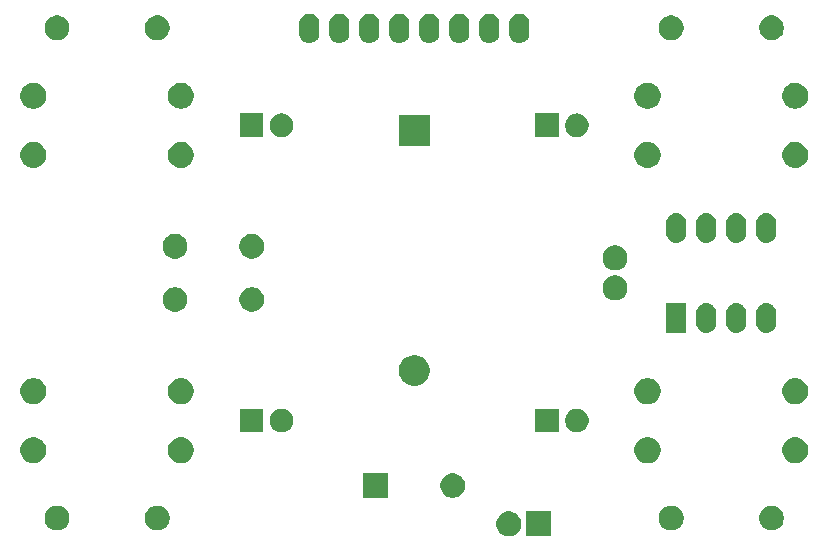
<source format=gbr>
G04 #@! TF.GenerationSoftware,KiCad,Pcbnew,(5.1.6)-1*
G04 #@! TF.CreationDate,2021-06-05T18:08:31+10:00*
G04 #@! TF.ProjectId,Simon,53696d6f-6e2e-46b6-9963-61645f706362,rev?*
G04 #@! TF.SameCoordinates,Original*
G04 #@! TF.FileFunction,Soldermask,Top*
G04 #@! TF.FilePolarity,Negative*
%FSLAX46Y46*%
G04 Gerber Fmt 4.6, Leading zero omitted, Abs format (unit mm)*
G04 Created by KiCad (PCBNEW (5.1.6)-1) date 2021-06-05 18:08:31*
%MOMM*%
%LPD*%
G01*
G04 APERTURE LIST*
%ADD10C,0.100000*%
G04 APERTURE END LIST*
D10*
G36*
X11551000Y-22301000D02*
G01*
X9449000Y-22301000D01*
X9449000Y-20199000D01*
X11551000Y-20199000D01*
X11551000Y-22301000D01*
G37*
G36*
X8306564Y-20239389D02*
G01*
X8497833Y-20318615D01*
X8497835Y-20318616D01*
X8669973Y-20433635D01*
X8816365Y-20580027D01*
X8860772Y-20646486D01*
X8931385Y-20752167D01*
X9010611Y-20943436D01*
X9051000Y-21146484D01*
X9051000Y-21353516D01*
X9010611Y-21556564D01*
X8931385Y-21747833D01*
X8931384Y-21747835D01*
X8816365Y-21919973D01*
X8669973Y-22066365D01*
X8497835Y-22181384D01*
X8497834Y-22181385D01*
X8497833Y-22181385D01*
X8306564Y-22260611D01*
X8103516Y-22301000D01*
X7896484Y-22301000D01*
X7693436Y-22260611D01*
X7502167Y-22181385D01*
X7502166Y-22181385D01*
X7502165Y-22181384D01*
X7330027Y-22066365D01*
X7183635Y-21919973D01*
X7068616Y-21747835D01*
X7068615Y-21747833D01*
X6989389Y-21556564D01*
X6949000Y-21353516D01*
X6949000Y-21146484D01*
X6989389Y-20943436D01*
X7068615Y-20752167D01*
X7139229Y-20646486D01*
X7183635Y-20580027D01*
X7330027Y-20433635D01*
X7502165Y-20318616D01*
X7502167Y-20318615D01*
X7693436Y-20239389D01*
X7896484Y-20199000D01*
X8103516Y-20199000D01*
X8306564Y-20239389D01*
G37*
G36*
X30556564Y-19739389D02*
G01*
X30747833Y-19818615D01*
X30747835Y-19818616D01*
X30919973Y-19933635D01*
X31066365Y-20080027D01*
X31181385Y-20252167D01*
X31260611Y-20443436D01*
X31301000Y-20646484D01*
X31301000Y-20853516D01*
X31260611Y-21056564D01*
X31223365Y-21146484D01*
X31181384Y-21247835D01*
X31066365Y-21419973D01*
X30919973Y-21566365D01*
X30747835Y-21681384D01*
X30747834Y-21681385D01*
X30747833Y-21681385D01*
X30556564Y-21760611D01*
X30353516Y-21801000D01*
X30146484Y-21801000D01*
X29943436Y-21760611D01*
X29752167Y-21681385D01*
X29752166Y-21681385D01*
X29752165Y-21681384D01*
X29580027Y-21566365D01*
X29433635Y-21419973D01*
X29318616Y-21247835D01*
X29276635Y-21146484D01*
X29239389Y-21056564D01*
X29199000Y-20853516D01*
X29199000Y-20646484D01*
X29239389Y-20443436D01*
X29318615Y-20252167D01*
X29433635Y-20080027D01*
X29580027Y-19933635D01*
X29752165Y-19818616D01*
X29752167Y-19818615D01*
X29943436Y-19739389D01*
X30146484Y-19699000D01*
X30353516Y-19699000D01*
X30556564Y-19739389D01*
G37*
G36*
X-21443436Y-19739389D02*
G01*
X-21252167Y-19818615D01*
X-21252165Y-19818616D01*
X-21080027Y-19933635D01*
X-20933635Y-20080027D01*
X-20818615Y-20252167D01*
X-20739389Y-20443436D01*
X-20699000Y-20646484D01*
X-20699000Y-20853516D01*
X-20739389Y-21056564D01*
X-20776635Y-21146484D01*
X-20818616Y-21247835D01*
X-20933635Y-21419973D01*
X-21080027Y-21566365D01*
X-21252165Y-21681384D01*
X-21252166Y-21681385D01*
X-21252167Y-21681385D01*
X-21443436Y-21760611D01*
X-21646484Y-21801000D01*
X-21853516Y-21801000D01*
X-22056564Y-21760611D01*
X-22247833Y-21681385D01*
X-22247834Y-21681385D01*
X-22247835Y-21681384D01*
X-22419973Y-21566365D01*
X-22566365Y-21419973D01*
X-22681384Y-21247835D01*
X-22723365Y-21146484D01*
X-22760611Y-21056564D01*
X-22801000Y-20853516D01*
X-22801000Y-20646484D01*
X-22760611Y-20443436D01*
X-22681385Y-20252167D01*
X-22566365Y-20080027D01*
X-22419973Y-19933635D01*
X-22247835Y-19818616D01*
X-22247833Y-19818615D01*
X-22056564Y-19739389D01*
X-21853516Y-19699000D01*
X-21646484Y-19699000D01*
X-21443436Y-19739389D01*
G37*
G36*
X-29943436Y-19739389D02*
G01*
X-29752167Y-19818615D01*
X-29752165Y-19818616D01*
X-29580027Y-19933635D01*
X-29433635Y-20080027D01*
X-29318615Y-20252167D01*
X-29239389Y-20443436D01*
X-29199000Y-20646484D01*
X-29199000Y-20853516D01*
X-29239389Y-21056564D01*
X-29276635Y-21146484D01*
X-29318616Y-21247835D01*
X-29433635Y-21419973D01*
X-29580027Y-21566365D01*
X-29752165Y-21681384D01*
X-29752166Y-21681385D01*
X-29752167Y-21681385D01*
X-29943436Y-21760611D01*
X-30146484Y-21801000D01*
X-30353516Y-21801000D01*
X-30556564Y-21760611D01*
X-30747833Y-21681385D01*
X-30747834Y-21681385D01*
X-30747835Y-21681384D01*
X-30919973Y-21566365D01*
X-31066365Y-21419973D01*
X-31181384Y-21247835D01*
X-31223365Y-21146484D01*
X-31260611Y-21056564D01*
X-31301000Y-20853516D01*
X-31301000Y-20646484D01*
X-31260611Y-20443436D01*
X-31181385Y-20252167D01*
X-31066365Y-20080027D01*
X-30919973Y-19933635D01*
X-30747835Y-19818616D01*
X-30747833Y-19818615D01*
X-30556564Y-19739389D01*
X-30353516Y-19699000D01*
X-30146484Y-19699000D01*
X-29943436Y-19739389D01*
G37*
G36*
X22056564Y-19739389D02*
G01*
X22247833Y-19818615D01*
X22247835Y-19818616D01*
X22419973Y-19933635D01*
X22566365Y-20080027D01*
X22681385Y-20252167D01*
X22760611Y-20443436D01*
X22801000Y-20646484D01*
X22801000Y-20853516D01*
X22760611Y-21056564D01*
X22723365Y-21146484D01*
X22681384Y-21247835D01*
X22566365Y-21419973D01*
X22419973Y-21566365D01*
X22247835Y-21681384D01*
X22247834Y-21681385D01*
X22247833Y-21681385D01*
X22056564Y-21760611D01*
X21853516Y-21801000D01*
X21646484Y-21801000D01*
X21443436Y-21760611D01*
X21252167Y-21681385D01*
X21252166Y-21681385D01*
X21252165Y-21681384D01*
X21080027Y-21566365D01*
X20933635Y-21419973D01*
X20818616Y-21247835D01*
X20776635Y-21146484D01*
X20739389Y-21056564D01*
X20699000Y-20853516D01*
X20699000Y-20646484D01*
X20739389Y-20443436D01*
X20818615Y-20252167D01*
X20933635Y-20080027D01*
X21080027Y-19933635D01*
X21252165Y-19818616D01*
X21252167Y-19818615D01*
X21443436Y-19739389D01*
X21646484Y-19699000D01*
X21853516Y-19699000D01*
X22056564Y-19739389D01*
G37*
G36*
X3556564Y-16989389D02*
G01*
X3747833Y-17068615D01*
X3747835Y-17068616D01*
X3919973Y-17183635D01*
X4066365Y-17330027D01*
X4181385Y-17502167D01*
X4260611Y-17693436D01*
X4301000Y-17896484D01*
X4301000Y-18103516D01*
X4260611Y-18306564D01*
X4181385Y-18497833D01*
X4181384Y-18497835D01*
X4066365Y-18669973D01*
X3919973Y-18816365D01*
X3747835Y-18931384D01*
X3747834Y-18931385D01*
X3747833Y-18931385D01*
X3556564Y-19010611D01*
X3353516Y-19051000D01*
X3146484Y-19051000D01*
X2943436Y-19010611D01*
X2752167Y-18931385D01*
X2752166Y-18931385D01*
X2752165Y-18931384D01*
X2580027Y-18816365D01*
X2433635Y-18669973D01*
X2318616Y-18497835D01*
X2318615Y-18497833D01*
X2239389Y-18306564D01*
X2199000Y-18103516D01*
X2199000Y-17896484D01*
X2239389Y-17693436D01*
X2318615Y-17502167D01*
X2433635Y-17330027D01*
X2580027Y-17183635D01*
X2752165Y-17068616D01*
X2752167Y-17068615D01*
X2943436Y-16989389D01*
X3146484Y-16949000D01*
X3353516Y-16949000D01*
X3556564Y-16989389D01*
G37*
G36*
X-2199000Y-19051000D02*
G01*
X-4301000Y-19051000D01*
X-4301000Y-16949000D01*
X-2199000Y-16949000D01*
X-2199000Y-19051000D01*
G37*
G36*
X32464794Y-13920155D02*
G01*
X32571150Y-13941311D01*
X32671334Y-13982809D01*
X32771520Y-14024307D01*
X32951844Y-14144795D01*
X33105205Y-14298156D01*
X33225693Y-14478480D01*
X33308689Y-14678851D01*
X33351000Y-14891560D01*
X33351000Y-15108440D01*
X33308689Y-15321149D01*
X33225693Y-15521520D01*
X33105205Y-15701844D01*
X32951844Y-15855205D01*
X32771520Y-15975693D01*
X32671334Y-16017191D01*
X32571150Y-16058689D01*
X32464794Y-16079845D01*
X32358440Y-16101000D01*
X32141560Y-16101000D01*
X32035206Y-16079845D01*
X31928850Y-16058689D01*
X31728480Y-15975693D01*
X31548156Y-15855205D01*
X31394795Y-15701844D01*
X31274307Y-15521520D01*
X31191311Y-15321149D01*
X31149000Y-15108440D01*
X31149000Y-14891560D01*
X31191311Y-14678851D01*
X31274307Y-14478480D01*
X31394795Y-14298156D01*
X31548156Y-14144795D01*
X31728480Y-14024307D01*
X31828666Y-13982809D01*
X31928850Y-13941311D01*
X32035206Y-13920155D01*
X32141560Y-13899000D01*
X32358440Y-13899000D01*
X32464794Y-13920155D01*
G37*
G36*
X-32035206Y-13920155D02*
G01*
X-31928850Y-13941311D01*
X-31828666Y-13982809D01*
X-31728480Y-14024307D01*
X-31548156Y-14144795D01*
X-31394795Y-14298156D01*
X-31274307Y-14478480D01*
X-31191311Y-14678851D01*
X-31149000Y-14891560D01*
X-31149000Y-15108440D01*
X-31191311Y-15321149D01*
X-31274307Y-15521520D01*
X-31394795Y-15701844D01*
X-31548156Y-15855205D01*
X-31728480Y-15975693D01*
X-31928850Y-16058689D01*
X-32035206Y-16079845D01*
X-32141560Y-16101000D01*
X-32358440Y-16101000D01*
X-32464794Y-16079845D01*
X-32571150Y-16058689D01*
X-32671334Y-16017191D01*
X-32771520Y-15975693D01*
X-32951844Y-15855205D01*
X-33105205Y-15701844D01*
X-33225693Y-15521520D01*
X-33308689Y-15321149D01*
X-33351000Y-15108440D01*
X-33351000Y-14891560D01*
X-33308689Y-14678851D01*
X-33225693Y-14478480D01*
X-33105205Y-14298156D01*
X-32951844Y-14144795D01*
X-32771520Y-14024307D01*
X-32671334Y-13982809D01*
X-32571150Y-13941311D01*
X-32464794Y-13920155D01*
X-32358440Y-13899000D01*
X-32141560Y-13899000D01*
X-32035206Y-13920155D01*
G37*
G36*
X-19535206Y-13920155D02*
G01*
X-19428850Y-13941311D01*
X-19328666Y-13982809D01*
X-19228480Y-14024307D01*
X-19048156Y-14144795D01*
X-18894795Y-14298156D01*
X-18774307Y-14478480D01*
X-18691311Y-14678851D01*
X-18649000Y-14891560D01*
X-18649000Y-15108440D01*
X-18691311Y-15321149D01*
X-18774307Y-15521520D01*
X-18894795Y-15701844D01*
X-19048156Y-15855205D01*
X-19228480Y-15975693D01*
X-19428850Y-16058689D01*
X-19535206Y-16079845D01*
X-19641560Y-16101000D01*
X-19858440Y-16101000D01*
X-19964794Y-16079845D01*
X-20071150Y-16058689D01*
X-20271520Y-15975693D01*
X-20451844Y-15855205D01*
X-20605205Y-15701844D01*
X-20725693Y-15521520D01*
X-20808689Y-15321149D01*
X-20851000Y-15108440D01*
X-20851000Y-14891560D01*
X-20808689Y-14678851D01*
X-20725693Y-14478480D01*
X-20605205Y-14298156D01*
X-20451844Y-14144795D01*
X-20271520Y-14024307D01*
X-20171334Y-13982809D01*
X-20071150Y-13941311D01*
X-19964794Y-13920155D01*
X-19858440Y-13899000D01*
X-19641560Y-13899000D01*
X-19535206Y-13920155D01*
G37*
G36*
X19964794Y-13920155D02*
G01*
X20071150Y-13941311D01*
X20171334Y-13982809D01*
X20271520Y-14024307D01*
X20451844Y-14144795D01*
X20605205Y-14298156D01*
X20725693Y-14478480D01*
X20808689Y-14678851D01*
X20851000Y-14891560D01*
X20851000Y-15108440D01*
X20808689Y-15321149D01*
X20725693Y-15521520D01*
X20605205Y-15701844D01*
X20451844Y-15855205D01*
X20271520Y-15975693D01*
X20071150Y-16058689D01*
X19964794Y-16079845D01*
X19858440Y-16101000D01*
X19641560Y-16101000D01*
X19535206Y-16079845D01*
X19428850Y-16058689D01*
X19228480Y-15975693D01*
X19048156Y-15855205D01*
X18894795Y-15701844D01*
X18774307Y-15521520D01*
X18691311Y-15321149D01*
X18649000Y-15108440D01*
X18649000Y-14891560D01*
X18691311Y-14678851D01*
X18774307Y-14478480D01*
X18894795Y-14298156D01*
X19048156Y-14144795D01*
X19228480Y-14024307D01*
X19328666Y-13982809D01*
X19428850Y-13941311D01*
X19535206Y-13920155D01*
X19641560Y-13899000D01*
X19858440Y-13899000D01*
X19964794Y-13920155D01*
G37*
G36*
X-10938019Y-11537468D02*
G01*
X-10755849Y-11612926D01*
X-10591900Y-11722473D01*
X-10452473Y-11861900D01*
X-10342926Y-12025849D01*
X-10267468Y-12208019D01*
X-10229000Y-12401410D01*
X-10229000Y-12598590D01*
X-10267468Y-12791981D01*
X-10342926Y-12974151D01*
X-10452473Y-13138100D01*
X-10591900Y-13277527D01*
X-10755849Y-13387074D01*
X-10938019Y-13462532D01*
X-11034715Y-13481766D01*
X-11131409Y-13501000D01*
X-11328591Y-13501000D01*
X-11425285Y-13481766D01*
X-11521981Y-13462532D01*
X-11704151Y-13387074D01*
X-11868100Y-13277527D01*
X-12007527Y-13138100D01*
X-12117074Y-12974151D01*
X-12192532Y-12791981D01*
X-12231000Y-12598590D01*
X-12231000Y-12401410D01*
X-12192532Y-12208019D01*
X-12117074Y-12025849D01*
X-12007527Y-11861900D01*
X-11868100Y-11722473D01*
X-11704151Y-11612926D01*
X-11521981Y-11537468D01*
X-11425285Y-11518234D01*
X-11328591Y-11499000D01*
X-11131409Y-11499000D01*
X-10938019Y-11537468D01*
G37*
G36*
X13965285Y-11518234D02*
G01*
X14061981Y-11537468D01*
X14244151Y-11612926D01*
X14408100Y-11722473D01*
X14547527Y-11861900D01*
X14657074Y-12025849D01*
X14732532Y-12208019D01*
X14771000Y-12401410D01*
X14771000Y-12598590D01*
X14732532Y-12791981D01*
X14657074Y-12974151D01*
X14547527Y-13138100D01*
X14408100Y-13277527D01*
X14244151Y-13387074D01*
X14061981Y-13462532D01*
X13965285Y-13481766D01*
X13868591Y-13501000D01*
X13671409Y-13501000D01*
X13574715Y-13481766D01*
X13478019Y-13462532D01*
X13295849Y-13387074D01*
X13131900Y-13277527D01*
X12992473Y-13138100D01*
X12882926Y-12974151D01*
X12807468Y-12791981D01*
X12769000Y-12598590D01*
X12769000Y-12401410D01*
X12807468Y-12208019D01*
X12882926Y-12025849D01*
X12992473Y-11861900D01*
X13131900Y-11722473D01*
X13295849Y-11612926D01*
X13478019Y-11537468D01*
X13671409Y-11499000D01*
X13868591Y-11499000D01*
X13965285Y-11518234D01*
G37*
G36*
X12231000Y-13501000D02*
G01*
X10229000Y-13501000D01*
X10229000Y-11499000D01*
X12231000Y-11499000D01*
X12231000Y-13501000D01*
G37*
G36*
X-12769000Y-13501000D02*
G01*
X-14771000Y-13501000D01*
X-14771000Y-11499000D01*
X-12769000Y-11499000D01*
X-12769000Y-13501000D01*
G37*
G36*
X-32035205Y-8920156D02*
G01*
X-31928850Y-8941311D01*
X-31828666Y-8982809D01*
X-31728480Y-9024307D01*
X-31548156Y-9144795D01*
X-31394795Y-9298156D01*
X-31274307Y-9478480D01*
X-31191311Y-9678851D01*
X-31149000Y-9891560D01*
X-31149000Y-10108440D01*
X-31191311Y-10321149D01*
X-31274307Y-10521520D01*
X-31394795Y-10701844D01*
X-31548156Y-10855205D01*
X-31728480Y-10975693D01*
X-31928850Y-11058689D01*
X-32035205Y-11079844D01*
X-32141560Y-11101000D01*
X-32358440Y-11101000D01*
X-32464795Y-11079844D01*
X-32571150Y-11058689D01*
X-32671334Y-11017191D01*
X-32771520Y-10975693D01*
X-32951844Y-10855205D01*
X-33105205Y-10701844D01*
X-33225693Y-10521520D01*
X-33308689Y-10321149D01*
X-33351000Y-10108440D01*
X-33351000Y-9891560D01*
X-33308689Y-9678851D01*
X-33225693Y-9478480D01*
X-33105205Y-9298156D01*
X-32951844Y-9144795D01*
X-32771520Y-9024307D01*
X-32671334Y-8982809D01*
X-32571150Y-8941311D01*
X-32464795Y-8920156D01*
X-32358440Y-8899000D01*
X-32141560Y-8899000D01*
X-32035205Y-8920156D01*
G37*
G36*
X-19535205Y-8920156D02*
G01*
X-19428850Y-8941311D01*
X-19328666Y-8982809D01*
X-19228480Y-9024307D01*
X-19048156Y-9144795D01*
X-18894795Y-9298156D01*
X-18774307Y-9478480D01*
X-18691311Y-9678851D01*
X-18649000Y-9891560D01*
X-18649000Y-10108440D01*
X-18691311Y-10321149D01*
X-18774307Y-10521520D01*
X-18894795Y-10701844D01*
X-19048156Y-10855205D01*
X-19228480Y-10975693D01*
X-19428850Y-11058689D01*
X-19535205Y-11079844D01*
X-19641560Y-11101000D01*
X-19858440Y-11101000D01*
X-19964795Y-11079844D01*
X-20071150Y-11058689D01*
X-20171334Y-11017191D01*
X-20271520Y-10975693D01*
X-20451844Y-10855205D01*
X-20605205Y-10701844D01*
X-20725693Y-10521520D01*
X-20808689Y-10321149D01*
X-20851000Y-10108440D01*
X-20851000Y-9891560D01*
X-20808689Y-9678851D01*
X-20725693Y-9478480D01*
X-20605205Y-9298156D01*
X-20451844Y-9144795D01*
X-20271520Y-9024307D01*
X-20171334Y-8982809D01*
X-20071150Y-8941311D01*
X-19964795Y-8920156D01*
X-19858440Y-8899000D01*
X-19641560Y-8899000D01*
X-19535205Y-8920156D01*
G37*
G36*
X32464795Y-8920156D02*
G01*
X32571150Y-8941311D01*
X32671334Y-8982809D01*
X32771520Y-9024307D01*
X32951844Y-9144795D01*
X33105205Y-9298156D01*
X33225693Y-9478480D01*
X33308689Y-9678851D01*
X33351000Y-9891560D01*
X33351000Y-10108440D01*
X33308689Y-10321149D01*
X33225693Y-10521520D01*
X33105205Y-10701844D01*
X32951844Y-10855205D01*
X32771520Y-10975693D01*
X32671334Y-11017191D01*
X32571150Y-11058689D01*
X32464795Y-11079844D01*
X32358440Y-11101000D01*
X32141560Y-11101000D01*
X32035205Y-11079844D01*
X31928850Y-11058689D01*
X31728480Y-10975693D01*
X31548156Y-10855205D01*
X31394795Y-10701844D01*
X31274307Y-10521520D01*
X31191311Y-10321149D01*
X31149000Y-10108440D01*
X31149000Y-9891560D01*
X31191311Y-9678851D01*
X31274307Y-9478480D01*
X31394795Y-9298156D01*
X31548156Y-9144795D01*
X31728480Y-9024307D01*
X31828666Y-8982809D01*
X31928850Y-8941311D01*
X32035205Y-8920156D01*
X32141560Y-8899000D01*
X32358440Y-8899000D01*
X32464795Y-8920156D01*
G37*
G36*
X19964795Y-8920156D02*
G01*
X20071150Y-8941311D01*
X20171334Y-8982809D01*
X20271520Y-9024307D01*
X20451844Y-9144795D01*
X20605205Y-9298156D01*
X20725693Y-9478480D01*
X20808689Y-9678851D01*
X20851000Y-9891560D01*
X20851000Y-10108440D01*
X20808689Y-10321149D01*
X20725693Y-10521520D01*
X20605205Y-10701844D01*
X20451844Y-10855205D01*
X20271520Y-10975693D01*
X20171334Y-11017191D01*
X20071150Y-11058689D01*
X19964795Y-11079844D01*
X19858440Y-11101000D01*
X19641560Y-11101000D01*
X19535205Y-11079844D01*
X19428850Y-11058689D01*
X19228480Y-10975693D01*
X19048156Y-10855205D01*
X18894795Y-10701844D01*
X18774307Y-10521520D01*
X18691311Y-10321149D01*
X18649000Y-10108440D01*
X18649000Y-9891560D01*
X18691311Y-9678851D01*
X18774307Y-9478480D01*
X18894795Y-9298156D01*
X19048156Y-9144795D01*
X19228480Y-9024307D01*
X19328666Y-8982809D01*
X19428850Y-8941311D01*
X19535205Y-8920156D01*
X19641560Y-8899000D01*
X19858440Y-8899000D01*
X19964795Y-8920156D01*
G37*
G36*
X379487Y-7003996D02*
G01*
X616253Y-7102068D01*
X616255Y-7102069D01*
X829339Y-7244447D01*
X1010553Y-7425661D01*
X1152932Y-7638747D01*
X1251004Y-7875513D01*
X1301000Y-8126861D01*
X1301000Y-8383139D01*
X1251004Y-8634487D01*
X1152932Y-8871253D01*
X1152931Y-8871255D01*
X1010553Y-9084339D01*
X829339Y-9265553D01*
X616255Y-9407931D01*
X616254Y-9407932D01*
X616253Y-9407932D01*
X379487Y-9506004D01*
X128139Y-9556000D01*
X-128139Y-9556000D01*
X-379487Y-9506004D01*
X-616253Y-9407932D01*
X-616254Y-9407932D01*
X-616255Y-9407931D01*
X-829339Y-9265553D01*
X-1010553Y-9084339D01*
X-1152931Y-8871255D01*
X-1152932Y-8871253D01*
X-1251004Y-8634487D01*
X-1301000Y-8383139D01*
X-1301000Y-8126861D01*
X-1251004Y-7875513D01*
X-1152932Y-7638747D01*
X-1010553Y-7425661D01*
X-829339Y-7244447D01*
X-616255Y-7102069D01*
X-616253Y-7102068D01*
X-379487Y-7003996D01*
X-128139Y-6954000D01*
X128139Y-6954000D01*
X379487Y-7003996D01*
G37*
G36*
X24896822Y-2571313D02*
G01*
X25057241Y-2619976D01*
X25205077Y-2698995D01*
X25264588Y-2747835D01*
X25334659Y-2805341D01*
X25441004Y-2934922D01*
X25441005Y-2934924D01*
X25520024Y-3082758D01*
X25568687Y-3243177D01*
X25581000Y-3368196D01*
X25581000Y-4251803D01*
X25568687Y-4376822D01*
X25520024Y-4537242D01*
X25449114Y-4669906D01*
X25441004Y-4685078D01*
X25334659Y-4814659D01*
X25205078Y-4921004D01*
X25205076Y-4921005D01*
X25057242Y-5000024D01*
X24896823Y-5048687D01*
X24730000Y-5065117D01*
X24563178Y-5048687D01*
X24402759Y-5000024D01*
X24254925Y-4921005D01*
X24254923Y-4921004D01*
X24125342Y-4814659D01*
X24018997Y-4685078D01*
X24010887Y-4669906D01*
X23939977Y-4537242D01*
X23891314Y-4376823D01*
X23879000Y-4251803D01*
X23879000Y-3368197D01*
X23891313Y-3243178D01*
X23939976Y-3082759D01*
X24018995Y-2934923D01*
X24125341Y-2805341D01*
X24195412Y-2747835D01*
X24254922Y-2698996D01*
X24270094Y-2690886D01*
X24402758Y-2619976D01*
X24563177Y-2571313D01*
X24730000Y-2554883D01*
X24896822Y-2571313D01*
G37*
G36*
X27436822Y-2571313D02*
G01*
X27597241Y-2619976D01*
X27745077Y-2698995D01*
X27804588Y-2747835D01*
X27874659Y-2805341D01*
X27981004Y-2934922D01*
X27981005Y-2934924D01*
X28060024Y-3082758D01*
X28108687Y-3243177D01*
X28121000Y-3368196D01*
X28121000Y-4251803D01*
X28108687Y-4376822D01*
X28060024Y-4537242D01*
X27989114Y-4669906D01*
X27981004Y-4685078D01*
X27874659Y-4814659D01*
X27745078Y-4921004D01*
X27745076Y-4921005D01*
X27597242Y-5000024D01*
X27436823Y-5048687D01*
X27270000Y-5065117D01*
X27103178Y-5048687D01*
X26942759Y-5000024D01*
X26794925Y-4921005D01*
X26794923Y-4921004D01*
X26665342Y-4814659D01*
X26558997Y-4685078D01*
X26550887Y-4669906D01*
X26479977Y-4537242D01*
X26431314Y-4376823D01*
X26419000Y-4251803D01*
X26419000Y-3368197D01*
X26431313Y-3243178D01*
X26479976Y-3082759D01*
X26558995Y-2934923D01*
X26665341Y-2805341D01*
X26735412Y-2747835D01*
X26794922Y-2698996D01*
X26810094Y-2690886D01*
X26942758Y-2619976D01*
X27103177Y-2571313D01*
X27270000Y-2554883D01*
X27436822Y-2571313D01*
G37*
G36*
X29976822Y-2571313D02*
G01*
X30137241Y-2619976D01*
X30285077Y-2698995D01*
X30344588Y-2747835D01*
X30414659Y-2805341D01*
X30521004Y-2934922D01*
X30521005Y-2934924D01*
X30600024Y-3082758D01*
X30648687Y-3243177D01*
X30661000Y-3368196D01*
X30661000Y-4251803D01*
X30648687Y-4376822D01*
X30600024Y-4537242D01*
X30529114Y-4669906D01*
X30521004Y-4685078D01*
X30414659Y-4814659D01*
X30285078Y-4921004D01*
X30285076Y-4921005D01*
X30137242Y-5000024D01*
X29976823Y-5048687D01*
X29810000Y-5065117D01*
X29643178Y-5048687D01*
X29482759Y-5000024D01*
X29334925Y-4921005D01*
X29334923Y-4921004D01*
X29205342Y-4814659D01*
X29098997Y-4685078D01*
X29090887Y-4669906D01*
X29019977Y-4537242D01*
X28971314Y-4376823D01*
X28959000Y-4251803D01*
X28959000Y-3368197D01*
X28971313Y-3243178D01*
X29019976Y-3082759D01*
X29098995Y-2934923D01*
X29205341Y-2805341D01*
X29275412Y-2747835D01*
X29334922Y-2698996D01*
X29350094Y-2690886D01*
X29482758Y-2619976D01*
X29643177Y-2571313D01*
X29810000Y-2554883D01*
X29976822Y-2571313D01*
G37*
G36*
X23041000Y-5061000D02*
G01*
X21339000Y-5061000D01*
X21339000Y-2559000D01*
X23041000Y-2559000D01*
X23041000Y-5061000D01*
G37*
G36*
X-19943436Y-1239389D02*
G01*
X-19752167Y-1318615D01*
X-19752165Y-1318616D01*
X-19580027Y-1433635D01*
X-19433635Y-1580027D01*
X-19318615Y-1752167D01*
X-19239389Y-1943436D01*
X-19199000Y-2146484D01*
X-19199000Y-2353516D01*
X-19239389Y-2556564D01*
X-19245499Y-2571314D01*
X-19318616Y-2747835D01*
X-19433635Y-2919973D01*
X-19580027Y-3066365D01*
X-19752165Y-3181384D01*
X-19752166Y-3181385D01*
X-19752167Y-3181385D01*
X-19943436Y-3260611D01*
X-20146484Y-3301000D01*
X-20353516Y-3301000D01*
X-20556564Y-3260611D01*
X-20747833Y-3181385D01*
X-20747834Y-3181385D01*
X-20747835Y-3181384D01*
X-20919973Y-3066365D01*
X-21066365Y-2919973D01*
X-21181384Y-2747835D01*
X-21254501Y-2571314D01*
X-21260611Y-2556564D01*
X-21301000Y-2353516D01*
X-21301000Y-2146484D01*
X-21260611Y-1943436D01*
X-21181385Y-1752167D01*
X-21066365Y-1580027D01*
X-20919973Y-1433635D01*
X-20747835Y-1318616D01*
X-20747833Y-1318615D01*
X-20556564Y-1239389D01*
X-20353516Y-1199000D01*
X-20146484Y-1199000D01*
X-19943436Y-1239389D01*
G37*
G36*
X-13443436Y-1239389D02*
G01*
X-13252167Y-1318615D01*
X-13252165Y-1318616D01*
X-13080027Y-1433635D01*
X-12933635Y-1580027D01*
X-12818615Y-1752167D01*
X-12739389Y-1943436D01*
X-12699000Y-2146484D01*
X-12699000Y-2353516D01*
X-12739389Y-2556564D01*
X-12745499Y-2571314D01*
X-12818616Y-2747835D01*
X-12933635Y-2919973D01*
X-13080027Y-3066365D01*
X-13252165Y-3181384D01*
X-13252166Y-3181385D01*
X-13252167Y-3181385D01*
X-13443436Y-3260611D01*
X-13646484Y-3301000D01*
X-13853516Y-3301000D01*
X-14056564Y-3260611D01*
X-14247833Y-3181385D01*
X-14247834Y-3181385D01*
X-14247835Y-3181384D01*
X-14419973Y-3066365D01*
X-14566365Y-2919973D01*
X-14681384Y-2747835D01*
X-14754501Y-2571314D01*
X-14760611Y-2556564D01*
X-14801000Y-2353516D01*
X-14801000Y-2146484D01*
X-14760611Y-1943436D01*
X-14681385Y-1752167D01*
X-14566365Y-1580027D01*
X-14419973Y-1433635D01*
X-14247835Y-1318616D01*
X-14247833Y-1318615D01*
X-14056564Y-1239389D01*
X-13853516Y-1199000D01*
X-13646484Y-1199000D01*
X-13443436Y-1239389D01*
G37*
G36*
X17306564Y-259389D02*
G01*
X17497833Y-338615D01*
X17497835Y-338616D01*
X17669973Y-453635D01*
X17816365Y-600027D01*
X17931385Y-772167D01*
X18010611Y-963436D01*
X18051000Y-1166484D01*
X18051000Y-1373516D01*
X18010611Y-1576564D01*
X17937875Y-1752165D01*
X17931384Y-1767835D01*
X17816365Y-1939973D01*
X17669973Y-2086365D01*
X17497835Y-2201384D01*
X17497834Y-2201385D01*
X17497833Y-2201385D01*
X17306564Y-2280611D01*
X17103516Y-2321000D01*
X16896484Y-2321000D01*
X16693436Y-2280611D01*
X16502167Y-2201385D01*
X16502166Y-2201385D01*
X16502165Y-2201384D01*
X16330027Y-2086365D01*
X16183635Y-1939973D01*
X16068616Y-1767835D01*
X16062125Y-1752165D01*
X15989389Y-1576564D01*
X15949000Y-1373516D01*
X15949000Y-1166484D01*
X15989389Y-963436D01*
X16068615Y-772167D01*
X16183635Y-600027D01*
X16330027Y-453635D01*
X16502165Y-338616D01*
X16502167Y-338615D01*
X16693436Y-259389D01*
X16896484Y-219000D01*
X17103516Y-219000D01*
X17306564Y-259389D01*
G37*
G36*
X17306564Y2280611D02*
G01*
X17497833Y2201385D01*
X17497835Y2201384D01*
X17669973Y2086365D01*
X17816365Y1939973D01*
X17931385Y1767833D01*
X18010611Y1576564D01*
X18051000Y1373516D01*
X18051000Y1166484D01*
X18010611Y963436D01*
X17931385Y772167D01*
X17931384Y772165D01*
X17816365Y600027D01*
X17669973Y453635D01*
X17497835Y338616D01*
X17497834Y338615D01*
X17497833Y338615D01*
X17306564Y259389D01*
X17103516Y219000D01*
X16896484Y219000D01*
X16693436Y259389D01*
X16502167Y338615D01*
X16502166Y338615D01*
X16502165Y338616D01*
X16330027Y453635D01*
X16183635Y600027D01*
X16068616Y772165D01*
X16068615Y772167D01*
X15989389Y963436D01*
X15949000Y1166484D01*
X15949000Y1373516D01*
X15989389Y1576564D01*
X16068615Y1767833D01*
X16183635Y1939973D01*
X16330027Y2086365D01*
X16502165Y2201384D01*
X16502167Y2201385D01*
X16693436Y2280611D01*
X16896484Y2321000D01*
X17103516Y2321000D01*
X17306564Y2280611D01*
G37*
G36*
X-19943436Y3260611D02*
G01*
X-19752167Y3181385D01*
X-19752165Y3181384D01*
X-19580027Y3066365D01*
X-19433635Y2919973D01*
X-19357040Y2805341D01*
X-19318615Y2747833D01*
X-19239389Y2556564D01*
X-19199000Y2353516D01*
X-19199000Y2146484D01*
X-19239389Y1943436D01*
X-19312125Y1767835D01*
X-19318616Y1752165D01*
X-19433635Y1580027D01*
X-19580027Y1433635D01*
X-19752165Y1318616D01*
X-19752166Y1318615D01*
X-19752167Y1318615D01*
X-19943436Y1239389D01*
X-20146484Y1199000D01*
X-20353516Y1199000D01*
X-20556564Y1239389D01*
X-20747833Y1318615D01*
X-20747834Y1318615D01*
X-20747835Y1318616D01*
X-20919973Y1433635D01*
X-21066365Y1580027D01*
X-21181384Y1752165D01*
X-21187875Y1767835D01*
X-21260611Y1943436D01*
X-21301000Y2146484D01*
X-21301000Y2353516D01*
X-21260611Y2556564D01*
X-21181385Y2747833D01*
X-21142959Y2805341D01*
X-21066365Y2919973D01*
X-20919973Y3066365D01*
X-20747835Y3181384D01*
X-20747833Y3181385D01*
X-20556564Y3260611D01*
X-20353516Y3301000D01*
X-20146484Y3301000D01*
X-19943436Y3260611D01*
G37*
G36*
X-13443436Y3260611D02*
G01*
X-13252167Y3181385D01*
X-13252165Y3181384D01*
X-13080027Y3066365D01*
X-12933635Y2919973D01*
X-12857040Y2805341D01*
X-12818615Y2747833D01*
X-12739389Y2556564D01*
X-12699000Y2353516D01*
X-12699000Y2146484D01*
X-12739389Y1943436D01*
X-12812125Y1767835D01*
X-12818616Y1752165D01*
X-12933635Y1580027D01*
X-13080027Y1433635D01*
X-13252165Y1318616D01*
X-13252166Y1318615D01*
X-13252167Y1318615D01*
X-13443436Y1239389D01*
X-13646484Y1199000D01*
X-13853516Y1199000D01*
X-14056564Y1239389D01*
X-14247833Y1318615D01*
X-14247834Y1318615D01*
X-14247835Y1318616D01*
X-14419973Y1433635D01*
X-14566365Y1580027D01*
X-14681384Y1752165D01*
X-14687875Y1767835D01*
X-14760611Y1943436D01*
X-14801000Y2146484D01*
X-14801000Y2353516D01*
X-14760611Y2556564D01*
X-14681385Y2747833D01*
X-14642959Y2805341D01*
X-14566365Y2919973D01*
X-14419973Y3066365D01*
X-14247835Y3181384D01*
X-14247833Y3181385D01*
X-14056564Y3260611D01*
X-13853516Y3301000D01*
X-13646484Y3301000D01*
X-13443436Y3260611D01*
G37*
G36*
X22356822Y5048687D02*
G01*
X22517241Y5000024D01*
X22665077Y4921005D01*
X22794659Y4814659D01*
X22901004Y4685078D01*
X22901005Y4685076D01*
X22980024Y4537242D01*
X23028687Y4376823D01*
X23041000Y4251804D01*
X23041000Y3368197D01*
X23028687Y3243178D01*
X22980024Y3082758D01*
X22909114Y2950094D01*
X22901004Y2934922D01*
X22794659Y2805341D01*
X22665078Y2698996D01*
X22665076Y2698995D01*
X22517242Y2619976D01*
X22356823Y2571313D01*
X22190000Y2554883D01*
X22023178Y2571313D01*
X21862759Y2619976D01*
X21714925Y2698995D01*
X21714923Y2698996D01*
X21585342Y2805341D01*
X21478997Y2934922D01*
X21470887Y2950094D01*
X21399977Y3082758D01*
X21351314Y3243177D01*
X21339000Y3368197D01*
X21339000Y4251803D01*
X21351313Y4376822D01*
X21399976Y4537241D01*
X21478995Y4685077D01*
X21585341Y4814659D01*
X21714922Y4921004D01*
X21730094Y4929114D01*
X21862758Y5000024D01*
X22023177Y5048687D01*
X22190000Y5065117D01*
X22356822Y5048687D01*
G37*
G36*
X24896822Y5048687D02*
G01*
X25057241Y5000024D01*
X25205077Y4921005D01*
X25334659Y4814659D01*
X25441004Y4685078D01*
X25441005Y4685076D01*
X25520024Y4537242D01*
X25568687Y4376823D01*
X25581000Y4251804D01*
X25581000Y3368197D01*
X25568687Y3243178D01*
X25520024Y3082758D01*
X25449114Y2950094D01*
X25441004Y2934922D01*
X25334659Y2805341D01*
X25205078Y2698996D01*
X25205076Y2698995D01*
X25057242Y2619976D01*
X24896823Y2571313D01*
X24730000Y2554883D01*
X24563178Y2571313D01*
X24402759Y2619976D01*
X24254925Y2698995D01*
X24254923Y2698996D01*
X24125342Y2805341D01*
X24018997Y2934922D01*
X24010887Y2950094D01*
X23939977Y3082758D01*
X23891314Y3243177D01*
X23879000Y3368197D01*
X23879000Y4251803D01*
X23891313Y4376822D01*
X23939976Y4537241D01*
X24018995Y4685077D01*
X24125341Y4814659D01*
X24254922Y4921004D01*
X24270094Y4929114D01*
X24402758Y5000024D01*
X24563177Y5048687D01*
X24730000Y5065117D01*
X24896822Y5048687D01*
G37*
G36*
X27436822Y5048687D02*
G01*
X27597241Y5000024D01*
X27745077Y4921005D01*
X27874659Y4814659D01*
X27981004Y4685078D01*
X27981005Y4685076D01*
X28060024Y4537242D01*
X28108687Y4376823D01*
X28121000Y4251804D01*
X28121000Y3368197D01*
X28108687Y3243178D01*
X28060024Y3082758D01*
X27989114Y2950094D01*
X27981004Y2934922D01*
X27874659Y2805341D01*
X27745078Y2698996D01*
X27745076Y2698995D01*
X27597242Y2619976D01*
X27436823Y2571313D01*
X27270000Y2554883D01*
X27103178Y2571313D01*
X26942759Y2619976D01*
X26794925Y2698995D01*
X26794923Y2698996D01*
X26665342Y2805341D01*
X26558997Y2934922D01*
X26550887Y2950094D01*
X26479977Y3082758D01*
X26431314Y3243177D01*
X26419000Y3368197D01*
X26419000Y4251803D01*
X26431313Y4376822D01*
X26479976Y4537241D01*
X26558995Y4685077D01*
X26665341Y4814659D01*
X26794922Y4921004D01*
X26810094Y4929114D01*
X26942758Y5000024D01*
X27103177Y5048687D01*
X27270000Y5065117D01*
X27436822Y5048687D01*
G37*
G36*
X29976822Y5048687D02*
G01*
X30137241Y5000024D01*
X30285077Y4921005D01*
X30414659Y4814659D01*
X30521004Y4685078D01*
X30521005Y4685076D01*
X30600024Y4537242D01*
X30648687Y4376823D01*
X30661000Y4251804D01*
X30661000Y3368197D01*
X30648687Y3243178D01*
X30600024Y3082758D01*
X30529114Y2950094D01*
X30521004Y2934922D01*
X30414659Y2805341D01*
X30285078Y2698996D01*
X30285076Y2698995D01*
X30137242Y2619976D01*
X29976823Y2571313D01*
X29810000Y2554883D01*
X29643178Y2571313D01*
X29482759Y2619976D01*
X29334925Y2698995D01*
X29334923Y2698996D01*
X29205342Y2805341D01*
X29098997Y2934922D01*
X29090887Y2950094D01*
X29019977Y3082758D01*
X28971314Y3243177D01*
X28959000Y3368197D01*
X28959000Y4251803D01*
X28971313Y4376822D01*
X29019976Y4537241D01*
X29098995Y4685077D01*
X29205341Y4814659D01*
X29334922Y4921004D01*
X29350094Y4929114D01*
X29482758Y5000024D01*
X29643177Y5048687D01*
X29810000Y5065117D01*
X29976822Y5048687D01*
G37*
G36*
X32464795Y11079844D02*
G01*
X32571150Y11058689D01*
X32671334Y11017191D01*
X32771520Y10975693D01*
X32951844Y10855205D01*
X33105205Y10701844D01*
X33225693Y10521520D01*
X33308689Y10321149D01*
X33351000Y10108440D01*
X33351000Y9891560D01*
X33308689Y9678851D01*
X33225693Y9478480D01*
X33105205Y9298156D01*
X32951844Y9144795D01*
X32771520Y9024307D01*
X32671334Y8982809D01*
X32571150Y8941311D01*
X32464795Y8920156D01*
X32358440Y8899000D01*
X32141560Y8899000D01*
X32035205Y8920156D01*
X31928850Y8941311D01*
X31828666Y8982809D01*
X31728480Y9024307D01*
X31548156Y9144795D01*
X31394795Y9298156D01*
X31274307Y9478480D01*
X31191311Y9678851D01*
X31149000Y9891560D01*
X31149000Y10108440D01*
X31191311Y10321149D01*
X31274307Y10521520D01*
X31394795Y10701844D01*
X31548156Y10855205D01*
X31728480Y10975693D01*
X31928850Y11058689D01*
X32035205Y11079844D01*
X32141560Y11101000D01*
X32358440Y11101000D01*
X32464795Y11079844D01*
G37*
G36*
X-32035205Y11079844D02*
G01*
X-31928850Y11058689D01*
X-31728480Y10975693D01*
X-31548156Y10855205D01*
X-31394795Y10701844D01*
X-31274307Y10521520D01*
X-31191311Y10321149D01*
X-31149000Y10108440D01*
X-31149000Y9891560D01*
X-31191311Y9678851D01*
X-31274307Y9478480D01*
X-31394795Y9298156D01*
X-31548156Y9144795D01*
X-31728480Y9024307D01*
X-31828666Y8982809D01*
X-31928850Y8941311D01*
X-32035205Y8920156D01*
X-32141560Y8899000D01*
X-32358440Y8899000D01*
X-32464795Y8920156D01*
X-32571150Y8941311D01*
X-32671334Y8982809D01*
X-32771520Y9024307D01*
X-32951844Y9144795D01*
X-33105205Y9298156D01*
X-33225693Y9478480D01*
X-33308689Y9678851D01*
X-33351000Y9891560D01*
X-33351000Y10108440D01*
X-33308689Y10321149D01*
X-33225693Y10521520D01*
X-33105205Y10701844D01*
X-32951844Y10855205D01*
X-32771520Y10975693D01*
X-32671334Y11017191D01*
X-32571150Y11058689D01*
X-32464795Y11079844D01*
X-32358440Y11101000D01*
X-32141560Y11101000D01*
X-32035205Y11079844D01*
G37*
G36*
X19964795Y11079844D02*
G01*
X20071150Y11058689D01*
X20171334Y11017191D01*
X20271520Y10975693D01*
X20451844Y10855205D01*
X20605205Y10701844D01*
X20725693Y10521520D01*
X20808689Y10321149D01*
X20851000Y10108440D01*
X20851000Y9891560D01*
X20808689Y9678851D01*
X20725693Y9478480D01*
X20605205Y9298156D01*
X20451844Y9144795D01*
X20271520Y9024307D01*
X20171334Y8982809D01*
X20071150Y8941311D01*
X19964795Y8920156D01*
X19858440Y8899000D01*
X19641560Y8899000D01*
X19535205Y8920156D01*
X19428850Y8941311D01*
X19328666Y8982809D01*
X19228480Y9024307D01*
X19048156Y9144795D01*
X18894795Y9298156D01*
X18774307Y9478480D01*
X18691311Y9678851D01*
X18649000Y9891560D01*
X18649000Y10108440D01*
X18691311Y10321149D01*
X18774307Y10521520D01*
X18894795Y10701844D01*
X19048156Y10855205D01*
X19228480Y10975693D01*
X19428850Y11058689D01*
X19535205Y11079844D01*
X19641560Y11101000D01*
X19858440Y11101000D01*
X19964795Y11079844D01*
G37*
G36*
X-19535205Y11079844D02*
G01*
X-19428850Y11058689D01*
X-19228480Y10975693D01*
X-19048156Y10855205D01*
X-18894795Y10701844D01*
X-18774307Y10521520D01*
X-18691311Y10321149D01*
X-18649000Y10108440D01*
X-18649000Y9891560D01*
X-18691311Y9678851D01*
X-18774307Y9478480D01*
X-18894795Y9298156D01*
X-19048156Y9144795D01*
X-19228480Y9024307D01*
X-19328666Y8982809D01*
X-19428850Y8941311D01*
X-19535205Y8920156D01*
X-19641560Y8899000D01*
X-19858440Y8899000D01*
X-19964795Y8920156D01*
X-20071150Y8941311D01*
X-20171334Y8982809D01*
X-20271520Y9024307D01*
X-20451844Y9144795D01*
X-20605205Y9298156D01*
X-20725693Y9478480D01*
X-20808689Y9678851D01*
X-20851000Y9891560D01*
X-20851000Y10108440D01*
X-20808689Y10321149D01*
X-20725693Y10521520D01*
X-20605205Y10701844D01*
X-20451844Y10855205D01*
X-20271520Y10975693D01*
X-20171334Y11017191D01*
X-20071150Y11058689D01*
X-19964795Y11079844D01*
X-19858440Y11101000D01*
X-19641560Y11101000D01*
X-19535205Y11079844D01*
G37*
G36*
X1301000Y10764000D02*
G01*
X-1301000Y10764000D01*
X-1301000Y13366000D01*
X1301000Y13366000D01*
X1301000Y10764000D01*
G37*
G36*
X13965285Y13481766D02*
G01*
X14061981Y13462532D01*
X14244151Y13387074D01*
X14408100Y13277527D01*
X14547527Y13138100D01*
X14657074Y12974151D01*
X14732532Y12791981D01*
X14771000Y12598590D01*
X14771000Y12401410D01*
X14732532Y12208019D01*
X14657074Y12025849D01*
X14547527Y11861900D01*
X14408100Y11722473D01*
X14244151Y11612926D01*
X14061981Y11537468D01*
X13965285Y11518234D01*
X13868591Y11499000D01*
X13671409Y11499000D01*
X13478019Y11537468D01*
X13295849Y11612926D01*
X13131900Y11722473D01*
X12992473Y11861900D01*
X12882926Y12025849D01*
X12807468Y12208019D01*
X12769000Y12401410D01*
X12769000Y12598590D01*
X12807468Y12791981D01*
X12882926Y12974151D01*
X12992473Y13138100D01*
X13131900Y13277527D01*
X13295849Y13387074D01*
X13478019Y13462532D01*
X13574715Y13481766D01*
X13671409Y13501000D01*
X13868591Y13501000D01*
X13965285Y13481766D01*
G37*
G36*
X-11034715Y13481766D02*
G01*
X-10938019Y13462532D01*
X-10755849Y13387074D01*
X-10591900Y13277527D01*
X-10452473Y13138100D01*
X-10342926Y12974151D01*
X-10267468Y12791981D01*
X-10229000Y12598590D01*
X-10229000Y12401410D01*
X-10267468Y12208019D01*
X-10342926Y12025849D01*
X-10452473Y11861900D01*
X-10591900Y11722473D01*
X-10755849Y11612926D01*
X-10938019Y11537468D01*
X-11131409Y11499000D01*
X-11328591Y11499000D01*
X-11425285Y11518234D01*
X-11521981Y11537468D01*
X-11704151Y11612926D01*
X-11868100Y11722473D01*
X-12007527Y11861900D01*
X-12117074Y12025849D01*
X-12192532Y12208019D01*
X-12231000Y12401410D01*
X-12231000Y12598590D01*
X-12192532Y12791981D01*
X-12117074Y12974151D01*
X-12007527Y13138100D01*
X-11868100Y13277527D01*
X-11704151Y13387074D01*
X-11521981Y13462532D01*
X-11425285Y13481766D01*
X-11328591Y13501000D01*
X-11131409Y13501000D01*
X-11034715Y13481766D01*
G37*
G36*
X12231000Y11499000D02*
G01*
X10229000Y11499000D01*
X10229000Y13501000D01*
X12231000Y13501000D01*
X12231000Y11499000D01*
G37*
G36*
X-12769000Y11499000D02*
G01*
X-14771000Y11499000D01*
X-14771000Y13501000D01*
X-12769000Y13501000D01*
X-12769000Y11499000D01*
G37*
G36*
X-19535206Y16079845D02*
G01*
X-19428850Y16058689D01*
X-19228480Y15975693D01*
X-19048156Y15855205D01*
X-18894795Y15701844D01*
X-18774307Y15521520D01*
X-18691311Y15321149D01*
X-18649000Y15108440D01*
X-18649000Y14891560D01*
X-18691311Y14678851D01*
X-18774307Y14478480D01*
X-18894795Y14298156D01*
X-19048156Y14144795D01*
X-19228480Y14024307D01*
X-19328666Y13982809D01*
X-19428850Y13941311D01*
X-19535206Y13920155D01*
X-19641560Y13899000D01*
X-19858440Y13899000D01*
X-19964794Y13920155D01*
X-20071150Y13941311D01*
X-20171334Y13982809D01*
X-20271520Y14024307D01*
X-20451844Y14144795D01*
X-20605205Y14298156D01*
X-20725693Y14478480D01*
X-20808689Y14678851D01*
X-20851000Y14891560D01*
X-20851000Y15108440D01*
X-20808689Y15321149D01*
X-20725693Y15521520D01*
X-20605205Y15701844D01*
X-20451844Y15855205D01*
X-20271520Y15975693D01*
X-20071150Y16058689D01*
X-19964794Y16079845D01*
X-19858440Y16101000D01*
X-19641560Y16101000D01*
X-19535206Y16079845D01*
G37*
G36*
X32464794Y16079845D02*
G01*
X32571150Y16058689D01*
X32671334Y16017191D01*
X32771520Y15975693D01*
X32951844Y15855205D01*
X33105205Y15701844D01*
X33225693Y15521520D01*
X33308689Y15321149D01*
X33351000Y15108440D01*
X33351000Y14891560D01*
X33308689Y14678851D01*
X33225693Y14478480D01*
X33105205Y14298156D01*
X32951844Y14144795D01*
X32771520Y14024307D01*
X32671334Y13982809D01*
X32571150Y13941311D01*
X32464794Y13920155D01*
X32358440Y13899000D01*
X32141560Y13899000D01*
X32035206Y13920155D01*
X31928850Y13941311D01*
X31828666Y13982809D01*
X31728480Y14024307D01*
X31548156Y14144795D01*
X31394795Y14298156D01*
X31274307Y14478480D01*
X31191311Y14678851D01*
X31149000Y14891560D01*
X31149000Y15108440D01*
X31191311Y15321149D01*
X31274307Y15521520D01*
X31394795Y15701844D01*
X31548156Y15855205D01*
X31728480Y15975693D01*
X31928850Y16058689D01*
X32035206Y16079845D01*
X32141560Y16101000D01*
X32358440Y16101000D01*
X32464794Y16079845D01*
G37*
G36*
X19964794Y16079845D02*
G01*
X20071150Y16058689D01*
X20271520Y15975693D01*
X20451844Y15855205D01*
X20605205Y15701844D01*
X20725693Y15521520D01*
X20808689Y15321149D01*
X20851000Y15108440D01*
X20851000Y14891560D01*
X20808689Y14678851D01*
X20725693Y14478480D01*
X20605205Y14298156D01*
X20451844Y14144795D01*
X20271520Y14024307D01*
X20171334Y13982809D01*
X20071150Y13941311D01*
X19964794Y13920155D01*
X19858440Y13899000D01*
X19641560Y13899000D01*
X19535206Y13920155D01*
X19428850Y13941311D01*
X19328666Y13982809D01*
X19228480Y14024307D01*
X19048156Y14144795D01*
X18894795Y14298156D01*
X18774307Y14478480D01*
X18691311Y14678851D01*
X18649000Y14891560D01*
X18649000Y15108440D01*
X18691311Y15321149D01*
X18774307Y15521520D01*
X18894795Y15701844D01*
X19048156Y15855205D01*
X19228480Y15975693D01*
X19428850Y16058689D01*
X19535206Y16079845D01*
X19641560Y16101000D01*
X19858440Y16101000D01*
X19964794Y16079845D01*
G37*
G36*
X-32035206Y16079845D02*
G01*
X-31928850Y16058689D01*
X-31728480Y15975693D01*
X-31548156Y15855205D01*
X-31394795Y15701844D01*
X-31274307Y15521520D01*
X-31191311Y15321149D01*
X-31149000Y15108440D01*
X-31149000Y14891560D01*
X-31191311Y14678851D01*
X-31274307Y14478480D01*
X-31394795Y14298156D01*
X-31548156Y14144795D01*
X-31728480Y14024307D01*
X-31828666Y13982809D01*
X-31928850Y13941311D01*
X-32035206Y13920155D01*
X-32141560Y13899000D01*
X-32358440Y13899000D01*
X-32464794Y13920155D01*
X-32571150Y13941311D01*
X-32671334Y13982809D01*
X-32771520Y14024307D01*
X-32951844Y14144795D01*
X-33105205Y14298156D01*
X-33225693Y14478480D01*
X-33308689Y14678851D01*
X-33351000Y14891560D01*
X-33351000Y15108440D01*
X-33308689Y15321149D01*
X-33225693Y15521520D01*
X-33105205Y15701844D01*
X-32951844Y15855205D01*
X-32771520Y15975693D01*
X-32671334Y16017191D01*
X-32571150Y16058689D01*
X-32464794Y16079845D01*
X-32358440Y16101000D01*
X-32141560Y16101000D01*
X-32035206Y16079845D01*
G37*
G36*
X3976823Y21939687D02*
G01*
X4137242Y21891024D01*
X4269906Y21820114D01*
X4285078Y21812004D01*
X4414659Y21705659D01*
X4521004Y21576078D01*
X4521005Y21576076D01*
X4600024Y21428242D01*
X4648687Y21267822D01*
X4661000Y21142803D01*
X4661000Y20259196D01*
X4648687Y20134177D01*
X4600024Y19973758D01*
X4529114Y19841094D01*
X4521004Y19825922D01*
X4449988Y19739389D01*
X4414659Y19696341D01*
X4285077Y19589995D01*
X4137241Y19510976D01*
X3976822Y19462313D01*
X3810000Y19445883D01*
X3643177Y19462313D01*
X3482758Y19510976D01*
X3334924Y19589995D01*
X3334922Y19589996D01*
X3205341Y19696341D01*
X3170012Y19739389D01*
X3098995Y19825923D01*
X3019976Y19973759D01*
X2971313Y20134178D01*
X2959000Y20259197D01*
X2959000Y21142803D01*
X2971314Y21267823D01*
X3019977Y21428242D01*
X3098996Y21576076D01*
X3098997Y21576078D01*
X3205342Y21705659D01*
X3334923Y21812004D01*
X3350095Y21820114D01*
X3482759Y21891024D01*
X3643178Y21939687D01*
X3810000Y21956117D01*
X3976823Y21939687D01*
G37*
G36*
X6516823Y21939687D02*
G01*
X6677242Y21891024D01*
X6809906Y21820114D01*
X6825078Y21812004D01*
X6954659Y21705659D01*
X7061004Y21576078D01*
X7061005Y21576076D01*
X7140024Y21428242D01*
X7188687Y21267822D01*
X7201000Y21142803D01*
X7201000Y20259196D01*
X7188687Y20134177D01*
X7140024Y19973758D01*
X7069114Y19841094D01*
X7061004Y19825922D01*
X6989988Y19739389D01*
X6954659Y19696341D01*
X6825077Y19589995D01*
X6677241Y19510976D01*
X6516822Y19462313D01*
X6350000Y19445883D01*
X6183177Y19462313D01*
X6022758Y19510976D01*
X5874924Y19589995D01*
X5874922Y19589996D01*
X5745341Y19696341D01*
X5710012Y19739389D01*
X5638995Y19825923D01*
X5559976Y19973759D01*
X5511313Y20134178D01*
X5499000Y20259197D01*
X5499000Y21142803D01*
X5511314Y21267823D01*
X5559977Y21428242D01*
X5638996Y21576076D01*
X5638997Y21576078D01*
X5745342Y21705659D01*
X5874923Y21812004D01*
X5890095Y21820114D01*
X6022759Y21891024D01*
X6183178Y21939687D01*
X6350000Y21956117D01*
X6516823Y21939687D01*
G37*
G36*
X9056823Y21939687D02*
G01*
X9217242Y21891024D01*
X9349906Y21820114D01*
X9365078Y21812004D01*
X9494659Y21705659D01*
X9601004Y21576078D01*
X9601005Y21576076D01*
X9680024Y21428242D01*
X9728687Y21267822D01*
X9741000Y21142803D01*
X9741000Y20259196D01*
X9728687Y20134177D01*
X9680024Y19973758D01*
X9609114Y19841094D01*
X9601004Y19825922D01*
X9529988Y19739389D01*
X9494659Y19696341D01*
X9365077Y19589995D01*
X9217241Y19510976D01*
X9056822Y19462313D01*
X8890000Y19445883D01*
X8723177Y19462313D01*
X8562758Y19510976D01*
X8414924Y19589995D01*
X8414922Y19589996D01*
X8285341Y19696341D01*
X8250012Y19739389D01*
X8178995Y19825923D01*
X8099976Y19973759D01*
X8051313Y20134178D01*
X8039000Y20259197D01*
X8039000Y21142803D01*
X8051314Y21267823D01*
X8099977Y21428242D01*
X8178996Y21576076D01*
X8178997Y21576078D01*
X8285342Y21705659D01*
X8414923Y21812004D01*
X8430095Y21820114D01*
X8562759Y21891024D01*
X8723178Y21939687D01*
X8890000Y21956117D01*
X9056823Y21939687D01*
G37*
G36*
X1436823Y21939687D02*
G01*
X1597242Y21891024D01*
X1729906Y21820114D01*
X1745078Y21812004D01*
X1874659Y21705659D01*
X1981004Y21576078D01*
X1981005Y21576076D01*
X2060024Y21428242D01*
X2108687Y21267822D01*
X2121000Y21142803D01*
X2121000Y20259196D01*
X2108687Y20134177D01*
X2060024Y19973758D01*
X1989114Y19841094D01*
X1981004Y19825922D01*
X1909988Y19739389D01*
X1874659Y19696341D01*
X1745077Y19589995D01*
X1597241Y19510976D01*
X1436822Y19462313D01*
X1270000Y19445883D01*
X1103177Y19462313D01*
X942758Y19510976D01*
X794924Y19589995D01*
X794922Y19589996D01*
X665341Y19696341D01*
X630012Y19739389D01*
X558995Y19825923D01*
X479976Y19973759D01*
X431313Y20134178D01*
X419000Y20259197D01*
X419000Y21142803D01*
X431314Y21267823D01*
X479977Y21428242D01*
X558996Y21576076D01*
X558997Y21576078D01*
X665342Y21705659D01*
X794923Y21812004D01*
X810095Y21820114D01*
X942759Y21891024D01*
X1103178Y21939687D01*
X1270000Y21956117D01*
X1436823Y21939687D01*
G37*
G36*
X-1103177Y21939687D02*
G01*
X-942758Y21891024D01*
X-810094Y21820114D01*
X-794922Y21812004D01*
X-665341Y21705659D01*
X-558996Y21576078D01*
X-558995Y21576076D01*
X-479976Y21428242D01*
X-431313Y21267822D01*
X-419000Y21142803D01*
X-419000Y20259196D01*
X-431313Y20134177D01*
X-479976Y19973758D01*
X-550886Y19841094D01*
X-558996Y19825922D01*
X-630012Y19739389D01*
X-665341Y19696341D01*
X-794923Y19589995D01*
X-942759Y19510976D01*
X-1103178Y19462313D01*
X-1270000Y19445883D01*
X-1436823Y19462313D01*
X-1597242Y19510976D01*
X-1745076Y19589995D01*
X-1745078Y19589996D01*
X-1874659Y19696341D01*
X-1909988Y19739389D01*
X-1981005Y19825923D01*
X-2060024Y19973759D01*
X-2108687Y20134178D01*
X-2121000Y20259197D01*
X-2121000Y21142803D01*
X-2108686Y21267823D01*
X-2060023Y21428242D01*
X-1981004Y21576076D01*
X-1981003Y21576078D01*
X-1874658Y21705659D01*
X-1745077Y21812004D01*
X-1729905Y21820114D01*
X-1597241Y21891024D01*
X-1436822Y21939687D01*
X-1270000Y21956117D01*
X-1103177Y21939687D01*
G37*
G36*
X-3643177Y21939687D02*
G01*
X-3482758Y21891024D01*
X-3350094Y21820114D01*
X-3334922Y21812004D01*
X-3205341Y21705659D01*
X-3098996Y21576078D01*
X-3098995Y21576076D01*
X-3019976Y21428242D01*
X-2971313Y21267822D01*
X-2959000Y21142803D01*
X-2959000Y20259196D01*
X-2971313Y20134177D01*
X-3019976Y19973758D01*
X-3090886Y19841094D01*
X-3098996Y19825922D01*
X-3170012Y19739389D01*
X-3205341Y19696341D01*
X-3334923Y19589995D01*
X-3482759Y19510976D01*
X-3643178Y19462313D01*
X-3810000Y19445883D01*
X-3976823Y19462313D01*
X-4137242Y19510976D01*
X-4285076Y19589995D01*
X-4285078Y19589996D01*
X-4414659Y19696341D01*
X-4449988Y19739389D01*
X-4521005Y19825923D01*
X-4600024Y19973759D01*
X-4648687Y20134178D01*
X-4661000Y20259197D01*
X-4661000Y21142803D01*
X-4648686Y21267823D01*
X-4600023Y21428242D01*
X-4521004Y21576076D01*
X-4521003Y21576078D01*
X-4414658Y21705659D01*
X-4285077Y21812004D01*
X-4269905Y21820114D01*
X-4137241Y21891024D01*
X-3976822Y21939687D01*
X-3810000Y21956117D01*
X-3643177Y21939687D01*
G37*
G36*
X-6183177Y21939687D02*
G01*
X-6022758Y21891024D01*
X-5890094Y21820114D01*
X-5874922Y21812004D01*
X-5745341Y21705659D01*
X-5638996Y21576078D01*
X-5638995Y21576076D01*
X-5559976Y21428242D01*
X-5511313Y21267822D01*
X-5499000Y21142803D01*
X-5499000Y20259196D01*
X-5511313Y20134177D01*
X-5559976Y19973758D01*
X-5630886Y19841094D01*
X-5638996Y19825922D01*
X-5710012Y19739389D01*
X-5745341Y19696341D01*
X-5874923Y19589995D01*
X-6022759Y19510976D01*
X-6183178Y19462313D01*
X-6350000Y19445883D01*
X-6516823Y19462313D01*
X-6677242Y19510976D01*
X-6825076Y19589995D01*
X-6825078Y19589996D01*
X-6954659Y19696341D01*
X-6989988Y19739389D01*
X-7061005Y19825923D01*
X-7140024Y19973759D01*
X-7188687Y20134178D01*
X-7201000Y20259197D01*
X-7201000Y21142803D01*
X-7188686Y21267823D01*
X-7140023Y21428242D01*
X-7061004Y21576076D01*
X-7061003Y21576078D01*
X-6954658Y21705659D01*
X-6825077Y21812004D01*
X-6809905Y21820114D01*
X-6677241Y21891024D01*
X-6516822Y21939687D01*
X-6350000Y21956117D01*
X-6183177Y21939687D01*
G37*
G36*
X-8723177Y21939687D02*
G01*
X-8562758Y21891024D01*
X-8430094Y21820114D01*
X-8414922Y21812004D01*
X-8285341Y21705659D01*
X-8178996Y21576078D01*
X-8178995Y21576076D01*
X-8099976Y21428242D01*
X-8051313Y21267822D01*
X-8039000Y21142803D01*
X-8039000Y20259196D01*
X-8051313Y20134177D01*
X-8099976Y19973758D01*
X-8170886Y19841094D01*
X-8178996Y19825922D01*
X-8250012Y19739389D01*
X-8285341Y19696341D01*
X-8414923Y19589995D01*
X-8562759Y19510976D01*
X-8723178Y19462313D01*
X-8890000Y19445883D01*
X-9056823Y19462313D01*
X-9217242Y19510976D01*
X-9365076Y19589995D01*
X-9365078Y19589996D01*
X-9494659Y19696341D01*
X-9529988Y19739389D01*
X-9601005Y19825923D01*
X-9680024Y19973759D01*
X-9728687Y20134178D01*
X-9741000Y20259197D01*
X-9741000Y21142803D01*
X-9728686Y21267823D01*
X-9680023Y21428242D01*
X-9601004Y21576076D01*
X-9601003Y21576078D01*
X-9494658Y21705659D01*
X-9365077Y21812004D01*
X-9349905Y21820114D01*
X-9217241Y21891024D01*
X-9056822Y21939687D01*
X-8890000Y21956117D01*
X-8723177Y21939687D01*
G37*
G36*
X22056564Y21760611D02*
G01*
X22189230Y21705659D01*
X22247835Y21681384D01*
X22405436Y21576078D01*
X22419973Y21566365D01*
X22566365Y21419973D01*
X22681385Y21247833D01*
X22760611Y21056564D01*
X22801000Y20853516D01*
X22801000Y20646484D01*
X22760611Y20443436D01*
X22684298Y20259200D01*
X22681384Y20252165D01*
X22566365Y20080027D01*
X22419973Y19933635D01*
X22247835Y19818616D01*
X22247834Y19818615D01*
X22247833Y19818615D01*
X22056564Y19739389D01*
X21853516Y19699000D01*
X21646484Y19699000D01*
X21443436Y19739389D01*
X21252167Y19818615D01*
X21252166Y19818615D01*
X21252165Y19818616D01*
X21080027Y19933635D01*
X20933635Y20080027D01*
X20818616Y20252165D01*
X20815702Y20259200D01*
X20739389Y20443436D01*
X20699000Y20646484D01*
X20699000Y20853516D01*
X20739389Y21056564D01*
X20818615Y21247833D01*
X20933635Y21419973D01*
X21080027Y21566365D01*
X21094564Y21576078D01*
X21252165Y21681384D01*
X21310770Y21705659D01*
X21443436Y21760611D01*
X21646484Y21801000D01*
X21853516Y21801000D01*
X22056564Y21760611D01*
G37*
G36*
X30556564Y21760611D02*
G01*
X30689230Y21705659D01*
X30747835Y21681384D01*
X30905436Y21576078D01*
X30919973Y21566365D01*
X31066365Y21419973D01*
X31181385Y21247833D01*
X31260611Y21056564D01*
X31301000Y20853516D01*
X31301000Y20646484D01*
X31260611Y20443436D01*
X31184298Y20259200D01*
X31181384Y20252165D01*
X31066365Y20080027D01*
X30919973Y19933635D01*
X30747835Y19818616D01*
X30747834Y19818615D01*
X30747833Y19818615D01*
X30556564Y19739389D01*
X30353516Y19699000D01*
X30146484Y19699000D01*
X29943436Y19739389D01*
X29752167Y19818615D01*
X29752166Y19818615D01*
X29752165Y19818616D01*
X29580027Y19933635D01*
X29433635Y20080027D01*
X29318616Y20252165D01*
X29315702Y20259200D01*
X29239389Y20443436D01*
X29199000Y20646484D01*
X29199000Y20853516D01*
X29239389Y21056564D01*
X29318615Y21247833D01*
X29433635Y21419973D01*
X29580027Y21566365D01*
X29594564Y21576078D01*
X29752165Y21681384D01*
X29810770Y21705659D01*
X29943436Y21760611D01*
X30146484Y21801000D01*
X30353516Y21801000D01*
X30556564Y21760611D01*
G37*
G36*
X-21443436Y21760611D02*
G01*
X-21310770Y21705659D01*
X-21252165Y21681384D01*
X-21094564Y21576078D01*
X-21080027Y21566365D01*
X-20933635Y21419973D01*
X-20818615Y21247833D01*
X-20739389Y21056564D01*
X-20699000Y20853516D01*
X-20699000Y20646484D01*
X-20739389Y20443436D01*
X-20815702Y20259200D01*
X-20818616Y20252165D01*
X-20933635Y20080027D01*
X-21080027Y19933635D01*
X-21252165Y19818616D01*
X-21252166Y19818615D01*
X-21252167Y19818615D01*
X-21443436Y19739389D01*
X-21646484Y19699000D01*
X-21853516Y19699000D01*
X-22056564Y19739389D01*
X-22247833Y19818615D01*
X-22247834Y19818615D01*
X-22247835Y19818616D01*
X-22419973Y19933635D01*
X-22566365Y20080027D01*
X-22681384Y20252165D01*
X-22684298Y20259200D01*
X-22760611Y20443436D01*
X-22801000Y20646484D01*
X-22801000Y20853516D01*
X-22760611Y21056564D01*
X-22681385Y21247833D01*
X-22566365Y21419973D01*
X-22419973Y21566365D01*
X-22405436Y21576078D01*
X-22247835Y21681384D01*
X-22189230Y21705659D01*
X-22056564Y21760611D01*
X-21853516Y21801000D01*
X-21646484Y21801000D01*
X-21443436Y21760611D01*
G37*
G36*
X-29943436Y21760611D02*
G01*
X-29810770Y21705659D01*
X-29752165Y21681384D01*
X-29594564Y21576078D01*
X-29580027Y21566365D01*
X-29433635Y21419973D01*
X-29318615Y21247833D01*
X-29239389Y21056564D01*
X-29199000Y20853516D01*
X-29199000Y20646484D01*
X-29239389Y20443436D01*
X-29315702Y20259200D01*
X-29318616Y20252165D01*
X-29433635Y20080027D01*
X-29580027Y19933635D01*
X-29752165Y19818616D01*
X-29752166Y19818615D01*
X-29752167Y19818615D01*
X-29943436Y19739389D01*
X-30146484Y19699000D01*
X-30353516Y19699000D01*
X-30556564Y19739389D01*
X-30747833Y19818615D01*
X-30747834Y19818615D01*
X-30747835Y19818616D01*
X-30919973Y19933635D01*
X-31066365Y20080027D01*
X-31181384Y20252165D01*
X-31184298Y20259200D01*
X-31260611Y20443436D01*
X-31301000Y20646484D01*
X-31301000Y20853516D01*
X-31260611Y21056564D01*
X-31181385Y21247833D01*
X-31066365Y21419973D01*
X-30919973Y21566365D01*
X-30905436Y21576078D01*
X-30747835Y21681384D01*
X-30689230Y21705659D01*
X-30556564Y21760611D01*
X-30353516Y21801000D01*
X-30146484Y21801000D01*
X-29943436Y21760611D01*
G37*
M02*

</source>
